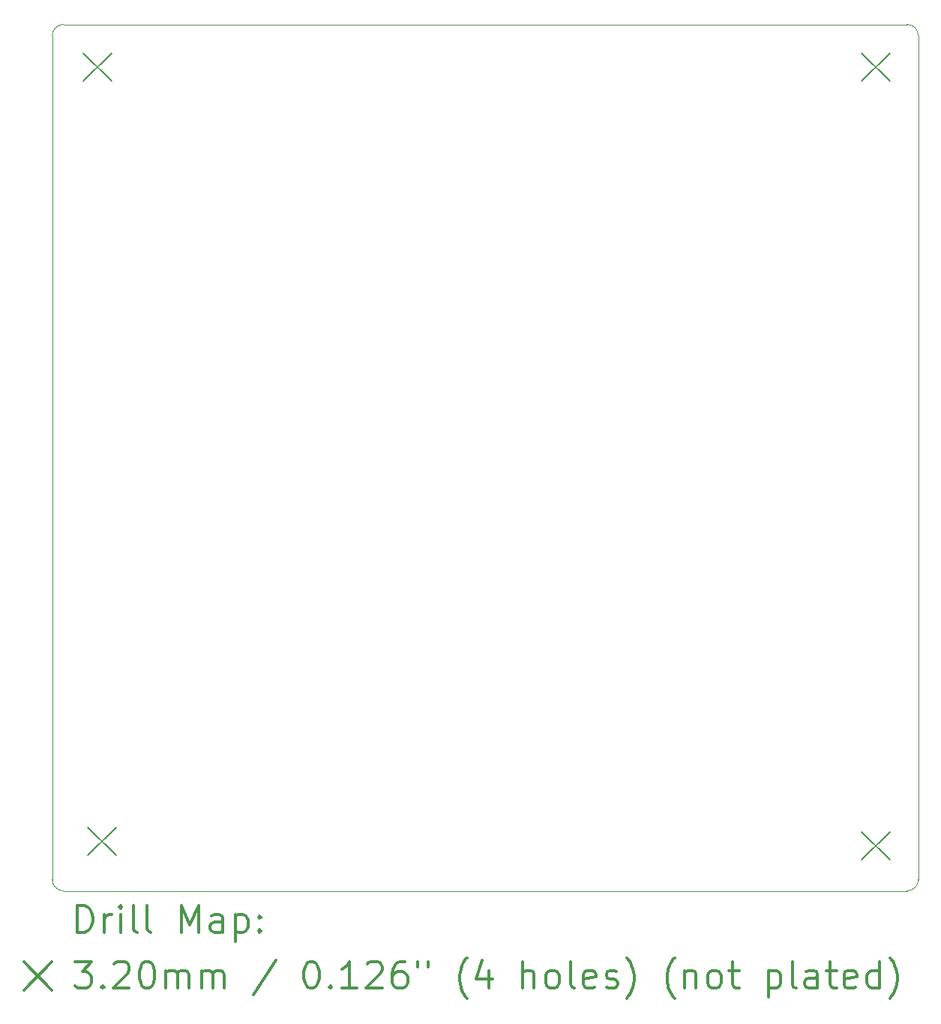
<source format=gbr>
%FSLAX45Y45*%
G04 Gerber Fmt 4.5, Leading zero omitted, Abs format (unit mm)*
G04 Created by KiCad (PCBNEW (5.1.5)-3) date 2022-04-14 12:46:40*
%MOMM*%
%LPD*%
G04 APERTURE LIST*
%TA.AperFunction,Profile*%
%ADD10C,0.050000*%
%TD*%
%ADD11C,0.200000*%
%ADD12C,0.300000*%
G04 APERTURE END LIST*
D10*
X13589000Y-13843000D02*
G75*
G02X13462000Y-13970000I-127000J0D01*
G01*
X3937000Y-13970000D02*
G75*
G02X3810000Y-13843000I0J127000D01*
G01*
X3810000Y-4318000D02*
G75*
G02X3937000Y-4191000I127000J0D01*
G01*
X13462000Y-4191000D02*
G75*
G02X13589000Y-4318000I0J-127000D01*
G01*
X3810000Y-4318000D02*
X3810000Y-13843000D01*
X13462000Y-4191000D02*
X3937000Y-4191000D01*
X13589000Y-13843000D02*
X13589000Y-4318000D01*
X3937000Y-13970000D02*
X13462000Y-13970000D01*
D11*
X4208800Y-13251200D02*
X4528800Y-13571200D01*
X4528800Y-13251200D02*
X4208800Y-13571200D01*
X4158000Y-4513600D02*
X4478000Y-4833600D01*
X4478000Y-4513600D02*
X4158000Y-4833600D01*
X12946400Y-4513600D02*
X13266400Y-4833600D01*
X13266400Y-4513600D02*
X12946400Y-4833600D01*
X12946400Y-13302000D02*
X13266400Y-13622000D01*
X13266400Y-13302000D02*
X12946400Y-13622000D01*
D12*
X4093928Y-14438214D02*
X4093928Y-14138214D01*
X4165357Y-14138214D01*
X4208214Y-14152500D01*
X4236786Y-14181071D01*
X4251071Y-14209643D01*
X4265357Y-14266786D01*
X4265357Y-14309643D01*
X4251071Y-14366786D01*
X4236786Y-14395357D01*
X4208214Y-14423929D01*
X4165357Y-14438214D01*
X4093928Y-14438214D01*
X4393928Y-14438214D02*
X4393928Y-14238214D01*
X4393928Y-14295357D02*
X4408214Y-14266786D01*
X4422500Y-14252500D01*
X4451071Y-14238214D01*
X4479643Y-14238214D01*
X4579643Y-14438214D02*
X4579643Y-14238214D01*
X4579643Y-14138214D02*
X4565357Y-14152500D01*
X4579643Y-14166786D01*
X4593928Y-14152500D01*
X4579643Y-14138214D01*
X4579643Y-14166786D01*
X4765357Y-14438214D02*
X4736786Y-14423929D01*
X4722500Y-14395357D01*
X4722500Y-14138214D01*
X4922500Y-14438214D02*
X4893928Y-14423929D01*
X4879643Y-14395357D01*
X4879643Y-14138214D01*
X5265357Y-14438214D02*
X5265357Y-14138214D01*
X5365357Y-14352500D01*
X5465357Y-14138214D01*
X5465357Y-14438214D01*
X5736786Y-14438214D02*
X5736786Y-14281071D01*
X5722500Y-14252500D01*
X5693928Y-14238214D01*
X5636786Y-14238214D01*
X5608214Y-14252500D01*
X5736786Y-14423929D02*
X5708214Y-14438214D01*
X5636786Y-14438214D01*
X5608214Y-14423929D01*
X5593928Y-14395357D01*
X5593928Y-14366786D01*
X5608214Y-14338214D01*
X5636786Y-14323929D01*
X5708214Y-14323929D01*
X5736786Y-14309643D01*
X5879643Y-14238214D02*
X5879643Y-14538214D01*
X5879643Y-14252500D02*
X5908214Y-14238214D01*
X5965357Y-14238214D01*
X5993928Y-14252500D01*
X6008214Y-14266786D01*
X6022500Y-14295357D01*
X6022500Y-14381071D01*
X6008214Y-14409643D01*
X5993928Y-14423929D01*
X5965357Y-14438214D01*
X5908214Y-14438214D01*
X5879643Y-14423929D01*
X6151071Y-14409643D02*
X6165357Y-14423929D01*
X6151071Y-14438214D01*
X6136786Y-14423929D01*
X6151071Y-14409643D01*
X6151071Y-14438214D01*
X6151071Y-14252500D02*
X6165357Y-14266786D01*
X6151071Y-14281071D01*
X6136786Y-14266786D01*
X6151071Y-14252500D01*
X6151071Y-14281071D01*
X3487500Y-14772500D02*
X3807500Y-15092500D01*
X3807500Y-14772500D02*
X3487500Y-15092500D01*
X4065357Y-14768214D02*
X4251071Y-14768214D01*
X4151071Y-14882500D01*
X4193928Y-14882500D01*
X4222500Y-14896786D01*
X4236786Y-14911071D01*
X4251071Y-14939643D01*
X4251071Y-15011071D01*
X4236786Y-15039643D01*
X4222500Y-15053929D01*
X4193928Y-15068214D01*
X4108214Y-15068214D01*
X4079643Y-15053929D01*
X4065357Y-15039643D01*
X4379643Y-15039643D02*
X4393928Y-15053929D01*
X4379643Y-15068214D01*
X4365357Y-15053929D01*
X4379643Y-15039643D01*
X4379643Y-15068214D01*
X4508214Y-14796786D02*
X4522500Y-14782500D01*
X4551071Y-14768214D01*
X4622500Y-14768214D01*
X4651071Y-14782500D01*
X4665357Y-14796786D01*
X4679643Y-14825357D01*
X4679643Y-14853929D01*
X4665357Y-14896786D01*
X4493928Y-15068214D01*
X4679643Y-15068214D01*
X4865357Y-14768214D02*
X4893928Y-14768214D01*
X4922500Y-14782500D01*
X4936786Y-14796786D01*
X4951071Y-14825357D01*
X4965357Y-14882500D01*
X4965357Y-14953929D01*
X4951071Y-15011071D01*
X4936786Y-15039643D01*
X4922500Y-15053929D01*
X4893928Y-15068214D01*
X4865357Y-15068214D01*
X4836786Y-15053929D01*
X4822500Y-15039643D01*
X4808214Y-15011071D01*
X4793928Y-14953929D01*
X4793928Y-14882500D01*
X4808214Y-14825357D01*
X4822500Y-14796786D01*
X4836786Y-14782500D01*
X4865357Y-14768214D01*
X5093928Y-15068214D02*
X5093928Y-14868214D01*
X5093928Y-14896786D02*
X5108214Y-14882500D01*
X5136786Y-14868214D01*
X5179643Y-14868214D01*
X5208214Y-14882500D01*
X5222500Y-14911071D01*
X5222500Y-15068214D01*
X5222500Y-14911071D02*
X5236786Y-14882500D01*
X5265357Y-14868214D01*
X5308214Y-14868214D01*
X5336786Y-14882500D01*
X5351071Y-14911071D01*
X5351071Y-15068214D01*
X5493928Y-15068214D02*
X5493928Y-14868214D01*
X5493928Y-14896786D02*
X5508214Y-14882500D01*
X5536786Y-14868214D01*
X5579643Y-14868214D01*
X5608214Y-14882500D01*
X5622500Y-14911071D01*
X5622500Y-15068214D01*
X5622500Y-14911071D02*
X5636786Y-14882500D01*
X5665357Y-14868214D01*
X5708214Y-14868214D01*
X5736786Y-14882500D01*
X5751071Y-14911071D01*
X5751071Y-15068214D01*
X6336786Y-14753929D02*
X6079643Y-15139643D01*
X6722500Y-14768214D02*
X6751071Y-14768214D01*
X6779643Y-14782500D01*
X6793928Y-14796786D01*
X6808214Y-14825357D01*
X6822500Y-14882500D01*
X6822500Y-14953929D01*
X6808214Y-15011071D01*
X6793928Y-15039643D01*
X6779643Y-15053929D01*
X6751071Y-15068214D01*
X6722500Y-15068214D01*
X6693928Y-15053929D01*
X6679643Y-15039643D01*
X6665357Y-15011071D01*
X6651071Y-14953929D01*
X6651071Y-14882500D01*
X6665357Y-14825357D01*
X6679643Y-14796786D01*
X6693928Y-14782500D01*
X6722500Y-14768214D01*
X6951071Y-15039643D02*
X6965357Y-15053929D01*
X6951071Y-15068214D01*
X6936786Y-15053929D01*
X6951071Y-15039643D01*
X6951071Y-15068214D01*
X7251071Y-15068214D02*
X7079643Y-15068214D01*
X7165357Y-15068214D02*
X7165357Y-14768214D01*
X7136786Y-14811071D01*
X7108214Y-14839643D01*
X7079643Y-14853929D01*
X7365357Y-14796786D02*
X7379643Y-14782500D01*
X7408214Y-14768214D01*
X7479643Y-14768214D01*
X7508214Y-14782500D01*
X7522500Y-14796786D01*
X7536786Y-14825357D01*
X7536786Y-14853929D01*
X7522500Y-14896786D01*
X7351071Y-15068214D01*
X7536786Y-15068214D01*
X7793928Y-14768214D02*
X7736786Y-14768214D01*
X7708214Y-14782500D01*
X7693928Y-14796786D01*
X7665357Y-14839643D01*
X7651071Y-14896786D01*
X7651071Y-15011071D01*
X7665357Y-15039643D01*
X7679643Y-15053929D01*
X7708214Y-15068214D01*
X7765357Y-15068214D01*
X7793928Y-15053929D01*
X7808214Y-15039643D01*
X7822500Y-15011071D01*
X7822500Y-14939643D01*
X7808214Y-14911071D01*
X7793928Y-14896786D01*
X7765357Y-14882500D01*
X7708214Y-14882500D01*
X7679643Y-14896786D01*
X7665357Y-14911071D01*
X7651071Y-14939643D01*
X7936786Y-14768214D02*
X7936786Y-14825357D01*
X8051071Y-14768214D02*
X8051071Y-14825357D01*
X8493928Y-15182500D02*
X8479643Y-15168214D01*
X8451071Y-15125357D01*
X8436786Y-15096786D01*
X8422500Y-15053929D01*
X8408214Y-14982500D01*
X8408214Y-14925357D01*
X8422500Y-14853929D01*
X8436786Y-14811071D01*
X8451071Y-14782500D01*
X8479643Y-14739643D01*
X8493928Y-14725357D01*
X8736786Y-14868214D02*
X8736786Y-15068214D01*
X8665357Y-14753929D02*
X8593928Y-14968214D01*
X8779643Y-14968214D01*
X9122500Y-15068214D02*
X9122500Y-14768214D01*
X9251071Y-15068214D02*
X9251071Y-14911071D01*
X9236786Y-14882500D01*
X9208214Y-14868214D01*
X9165357Y-14868214D01*
X9136786Y-14882500D01*
X9122500Y-14896786D01*
X9436786Y-15068214D02*
X9408214Y-15053929D01*
X9393928Y-15039643D01*
X9379643Y-15011071D01*
X9379643Y-14925357D01*
X9393928Y-14896786D01*
X9408214Y-14882500D01*
X9436786Y-14868214D01*
X9479643Y-14868214D01*
X9508214Y-14882500D01*
X9522500Y-14896786D01*
X9536786Y-14925357D01*
X9536786Y-15011071D01*
X9522500Y-15039643D01*
X9508214Y-15053929D01*
X9479643Y-15068214D01*
X9436786Y-15068214D01*
X9708214Y-15068214D02*
X9679643Y-15053929D01*
X9665357Y-15025357D01*
X9665357Y-14768214D01*
X9936786Y-15053929D02*
X9908214Y-15068214D01*
X9851071Y-15068214D01*
X9822500Y-15053929D01*
X9808214Y-15025357D01*
X9808214Y-14911071D01*
X9822500Y-14882500D01*
X9851071Y-14868214D01*
X9908214Y-14868214D01*
X9936786Y-14882500D01*
X9951071Y-14911071D01*
X9951071Y-14939643D01*
X9808214Y-14968214D01*
X10065357Y-15053929D02*
X10093928Y-15068214D01*
X10151071Y-15068214D01*
X10179643Y-15053929D01*
X10193928Y-15025357D01*
X10193928Y-15011071D01*
X10179643Y-14982500D01*
X10151071Y-14968214D01*
X10108214Y-14968214D01*
X10079643Y-14953929D01*
X10065357Y-14925357D01*
X10065357Y-14911071D01*
X10079643Y-14882500D01*
X10108214Y-14868214D01*
X10151071Y-14868214D01*
X10179643Y-14882500D01*
X10293928Y-15182500D02*
X10308214Y-15168214D01*
X10336786Y-15125357D01*
X10351071Y-15096786D01*
X10365357Y-15053929D01*
X10379643Y-14982500D01*
X10379643Y-14925357D01*
X10365357Y-14853929D01*
X10351071Y-14811071D01*
X10336786Y-14782500D01*
X10308214Y-14739643D01*
X10293928Y-14725357D01*
X10836786Y-15182500D02*
X10822500Y-15168214D01*
X10793928Y-15125357D01*
X10779643Y-15096786D01*
X10765357Y-15053929D01*
X10751071Y-14982500D01*
X10751071Y-14925357D01*
X10765357Y-14853929D01*
X10779643Y-14811071D01*
X10793928Y-14782500D01*
X10822500Y-14739643D01*
X10836786Y-14725357D01*
X10951071Y-14868214D02*
X10951071Y-15068214D01*
X10951071Y-14896786D02*
X10965357Y-14882500D01*
X10993928Y-14868214D01*
X11036786Y-14868214D01*
X11065357Y-14882500D01*
X11079643Y-14911071D01*
X11079643Y-15068214D01*
X11265357Y-15068214D02*
X11236786Y-15053929D01*
X11222500Y-15039643D01*
X11208214Y-15011071D01*
X11208214Y-14925357D01*
X11222500Y-14896786D01*
X11236786Y-14882500D01*
X11265357Y-14868214D01*
X11308214Y-14868214D01*
X11336786Y-14882500D01*
X11351071Y-14896786D01*
X11365357Y-14925357D01*
X11365357Y-15011071D01*
X11351071Y-15039643D01*
X11336786Y-15053929D01*
X11308214Y-15068214D01*
X11265357Y-15068214D01*
X11451071Y-14868214D02*
X11565357Y-14868214D01*
X11493928Y-14768214D02*
X11493928Y-15025357D01*
X11508214Y-15053929D01*
X11536786Y-15068214D01*
X11565357Y-15068214D01*
X11893928Y-14868214D02*
X11893928Y-15168214D01*
X11893928Y-14882500D02*
X11922500Y-14868214D01*
X11979643Y-14868214D01*
X12008214Y-14882500D01*
X12022500Y-14896786D01*
X12036786Y-14925357D01*
X12036786Y-15011071D01*
X12022500Y-15039643D01*
X12008214Y-15053929D01*
X11979643Y-15068214D01*
X11922500Y-15068214D01*
X11893928Y-15053929D01*
X12208214Y-15068214D02*
X12179643Y-15053929D01*
X12165357Y-15025357D01*
X12165357Y-14768214D01*
X12451071Y-15068214D02*
X12451071Y-14911071D01*
X12436786Y-14882500D01*
X12408214Y-14868214D01*
X12351071Y-14868214D01*
X12322500Y-14882500D01*
X12451071Y-15053929D02*
X12422500Y-15068214D01*
X12351071Y-15068214D01*
X12322500Y-15053929D01*
X12308214Y-15025357D01*
X12308214Y-14996786D01*
X12322500Y-14968214D01*
X12351071Y-14953929D01*
X12422500Y-14953929D01*
X12451071Y-14939643D01*
X12551071Y-14868214D02*
X12665357Y-14868214D01*
X12593928Y-14768214D02*
X12593928Y-15025357D01*
X12608214Y-15053929D01*
X12636786Y-15068214D01*
X12665357Y-15068214D01*
X12879643Y-15053929D02*
X12851071Y-15068214D01*
X12793928Y-15068214D01*
X12765357Y-15053929D01*
X12751071Y-15025357D01*
X12751071Y-14911071D01*
X12765357Y-14882500D01*
X12793928Y-14868214D01*
X12851071Y-14868214D01*
X12879643Y-14882500D01*
X12893928Y-14911071D01*
X12893928Y-14939643D01*
X12751071Y-14968214D01*
X13151071Y-15068214D02*
X13151071Y-14768214D01*
X13151071Y-15053929D02*
X13122500Y-15068214D01*
X13065357Y-15068214D01*
X13036786Y-15053929D01*
X13022500Y-15039643D01*
X13008214Y-15011071D01*
X13008214Y-14925357D01*
X13022500Y-14896786D01*
X13036786Y-14882500D01*
X13065357Y-14868214D01*
X13122500Y-14868214D01*
X13151071Y-14882500D01*
X13265357Y-15182500D02*
X13279643Y-15168214D01*
X13308214Y-15125357D01*
X13322500Y-15096786D01*
X13336786Y-15053929D01*
X13351071Y-14982500D01*
X13351071Y-14925357D01*
X13336786Y-14853929D01*
X13322500Y-14811071D01*
X13308214Y-14782500D01*
X13279643Y-14739643D01*
X13265357Y-14725357D01*
M02*

</source>
